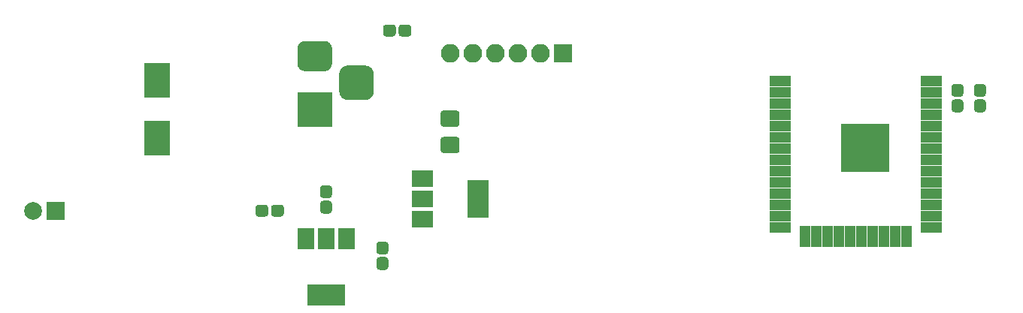
<source format=gbr>
G04 #@! TF.GenerationSoftware,KiCad,Pcbnew,5.1.6-1*
G04 #@! TF.CreationDate,2020-06-10T06:00:46+02:00*
G04 #@! TF.ProjectId,pentasquare,70656e74-6173-4717-9561-72652e6b6963,rev?*
G04 #@! TF.SameCoordinates,Original*
G04 #@! TF.FileFunction,Soldermask,Bot*
G04 #@! TF.FilePolarity,Negative*
%FSLAX46Y46*%
G04 Gerber Fmt 4.6, Leading zero omitted, Abs format (unit mm)*
G04 Created by KiCad (PCBNEW 5.1.6-1) date 2020-06-10 06:00:46*
%MOMM*%
%LPD*%
G01*
G04 APERTURE LIST*
%ADD10R,2.400000X1.900000*%
%ADD11R,2.400000X4.200000*%
%ADD12R,4.200000X2.400000*%
%ADD13R,1.900000X2.400000*%
%ADD14R,3.900000X3.900000*%
%ADD15R,2.900000X3.900000*%
%ADD16R,2.000000X2.000000*%
%ADD17C,2.000000*%
%ADD18R,2.100000X2.100000*%
%ADD19O,2.100000X2.100000*%
%ADD20R,5.400000X5.400000*%
%ADD21R,2.400000X1.300000*%
%ADD22R,1.300000X2.400000*%
G04 APERTURE END LIST*
D10*
X65430000Y-37830000D03*
X65430000Y-33230000D03*
X65430000Y-35530000D03*
D11*
X71730000Y-35530000D03*
G36*
G01*
X60622500Y-42060000D02*
X61297500Y-42060000D01*
G75*
G02*
X61635000Y-42397500I0J-337500D01*
G01*
X61635000Y-43172500D01*
G75*
G02*
X61297500Y-43510000I-337500J0D01*
G01*
X60622500Y-43510000D01*
G75*
G02*
X60285000Y-43172500I0J337500D01*
G01*
X60285000Y-42397500D01*
G75*
G02*
X60622500Y-42060000I337500J0D01*
G01*
G37*
G36*
G01*
X60622500Y-40310000D02*
X61297500Y-40310000D01*
G75*
G02*
X61635000Y-40647500I0J-337500D01*
G01*
X61635000Y-41422500D01*
G75*
G02*
X61297500Y-41760000I-337500J0D01*
G01*
X60622500Y-41760000D01*
G75*
G02*
X60285000Y-41422500I0J337500D01*
G01*
X60285000Y-40647500D01*
G75*
G02*
X60622500Y-40310000I337500J0D01*
G01*
G37*
G36*
G01*
X54272500Y-33960000D02*
X54947500Y-33960000D01*
G75*
G02*
X55285000Y-34297500I0J-337500D01*
G01*
X55285000Y-35072500D01*
G75*
G02*
X54947500Y-35410000I-337500J0D01*
G01*
X54272500Y-35410000D01*
G75*
G02*
X53935000Y-35072500I0J337500D01*
G01*
X53935000Y-34297500D01*
G75*
G02*
X54272500Y-33960000I337500J0D01*
G01*
G37*
G36*
G01*
X54272500Y-35710000D02*
X54947500Y-35710000D01*
G75*
G02*
X55285000Y-36047500I0J-337500D01*
G01*
X55285000Y-36822500D01*
G75*
G02*
X54947500Y-37160000I-337500J0D01*
G01*
X54272500Y-37160000D01*
G75*
G02*
X53935000Y-36822500I0J337500D01*
G01*
X53935000Y-36047500D01*
G75*
G02*
X54272500Y-35710000I337500J0D01*
G01*
G37*
D12*
X54610000Y-46330000D03*
D13*
X54610000Y-40030000D03*
X56910000Y-40030000D03*
X52310000Y-40030000D03*
G36*
G01*
X49860000Y-36492500D02*
X49860000Y-37167500D01*
G75*
G02*
X49522500Y-37505000I-337500J0D01*
G01*
X48747500Y-37505000D01*
G75*
G02*
X48410000Y-37167500I0J337500D01*
G01*
X48410000Y-36492500D01*
G75*
G02*
X48747500Y-36155000I337500J0D01*
G01*
X49522500Y-36155000D01*
G75*
G02*
X49860000Y-36492500I0J-337500D01*
G01*
G37*
G36*
G01*
X48110000Y-36492500D02*
X48110000Y-37167500D01*
G75*
G02*
X47772500Y-37505000I-337500J0D01*
G01*
X46997500Y-37505000D01*
G75*
G02*
X46660000Y-37167500I0J337500D01*
G01*
X46660000Y-36492500D01*
G75*
G02*
X46997500Y-36155000I337500J0D01*
G01*
X47772500Y-36155000D01*
G75*
G02*
X48110000Y-36492500I0J-337500D01*
G01*
G37*
D14*
X53340000Y-25400000D03*
G36*
G01*
X52240000Y-17700000D02*
X54440000Y-17700000D01*
G75*
G02*
X55290000Y-18550000I0J-850000D01*
G01*
X55290000Y-20250000D01*
G75*
G02*
X54440000Y-21100000I-850000J0D01*
G01*
X52240000Y-21100000D01*
G75*
G02*
X51390000Y-20250000I0J850000D01*
G01*
X51390000Y-18550000D01*
G75*
G02*
X52240000Y-17700000I850000J0D01*
G01*
G37*
G36*
G01*
X57065000Y-20450000D02*
X59015000Y-20450000D01*
G75*
G02*
X59990000Y-21425000I0J-975000D01*
G01*
X59990000Y-23375000D01*
G75*
G02*
X59015000Y-24350000I-975000J0D01*
G01*
X57065000Y-24350000D01*
G75*
G02*
X56090000Y-23375000I0J975000D01*
G01*
X56090000Y-21425000D01*
G75*
G02*
X57065000Y-20450000I975000J0D01*
G01*
G37*
D15*
X35560000Y-28650000D03*
X35560000Y-22150000D03*
G36*
G01*
X128607500Y-23980000D02*
X127932500Y-23980000D01*
G75*
G02*
X127595000Y-23642500I0J337500D01*
G01*
X127595000Y-22867500D01*
G75*
G02*
X127932500Y-22530000I337500J0D01*
G01*
X128607500Y-22530000D01*
G75*
G02*
X128945000Y-22867500I0J-337500D01*
G01*
X128945000Y-23642500D01*
G75*
G02*
X128607500Y-23980000I-337500J0D01*
G01*
G37*
G36*
G01*
X128607500Y-25730000D02*
X127932500Y-25730000D01*
G75*
G02*
X127595000Y-25392500I0J337500D01*
G01*
X127595000Y-24617500D01*
G75*
G02*
X127932500Y-24280000I337500J0D01*
G01*
X128607500Y-24280000D01*
G75*
G02*
X128945000Y-24617500I0J-337500D01*
G01*
X128945000Y-25392500D01*
G75*
G02*
X128607500Y-25730000I-337500J0D01*
G01*
G37*
G36*
G01*
X64225000Y-16172500D02*
X64225000Y-16847500D01*
G75*
G02*
X63887500Y-17185000I-337500J0D01*
G01*
X63112500Y-17185000D01*
G75*
G02*
X62775000Y-16847500I0J337500D01*
G01*
X62775000Y-16172500D01*
G75*
G02*
X63112500Y-15835000I337500J0D01*
G01*
X63887500Y-15835000D01*
G75*
G02*
X64225000Y-16172500I0J-337500D01*
G01*
G37*
G36*
G01*
X62475000Y-16172500D02*
X62475000Y-16847500D01*
G75*
G02*
X62137500Y-17185000I-337500J0D01*
G01*
X61362500Y-17185000D01*
G75*
G02*
X61025000Y-16847500I0J337500D01*
G01*
X61025000Y-16172500D01*
G75*
G02*
X61362500Y-15835000I337500J0D01*
G01*
X62137500Y-15835000D01*
G75*
G02*
X62475000Y-16172500I0J-337500D01*
G01*
G37*
G36*
G01*
X67825176Y-25540000D02*
X69334824Y-25540000D01*
G75*
G02*
X69655000Y-25860176I0J-320176D01*
G01*
X69655000Y-27044824D01*
G75*
G02*
X69334824Y-27365000I-320176J0D01*
G01*
X67825176Y-27365000D01*
G75*
G02*
X67505000Y-27044824I0J320176D01*
G01*
X67505000Y-25860176D01*
G75*
G02*
X67825176Y-25540000I320176J0D01*
G01*
G37*
G36*
G01*
X67825176Y-28515000D02*
X69334824Y-28515000D01*
G75*
G02*
X69655000Y-28835176I0J-320176D01*
G01*
X69655000Y-30019824D01*
G75*
G02*
X69334824Y-30340000I-320176J0D01*
G01*
X67825176Y-30340000D01*
G75*
G02*
X67505000Y-30019824I0J320176D01*
G01*
X67505000Y-28835176D01*
G75*
G02*
X67825176Y-28515000I320176J0D01*
G01*
G37*
D16*
X24130000Y-36830000D03*
D17*
X21630000Y-36830000D03*
D18*
X81280000Y-19050000D03*
D19*
X78740000Y-19050000D03*
X76200000Y-19050000D03*
X73660000Y-19050000D03*
X71120000Y-19050000D03*
X68580000Y-19050000D03*
D20*
X115300000Y-29725000D03*
D21*
X122800000Y-22225000D03*
X122800000Y-23495000D03*
X122800000Y-24765000D03*
X122800000Y-26035000D03*
X122800000Y-27305000D03*
X122800000Y-28575000D03*
X122800000Y-29845000D03*
X122800000Y-31115000D03*
X122800000Y-32385000D03*
X122800000Y-33655000D03*
X122800000Y-34925000D03*
X122800000Y-36195000D03*
X122800000Y-37465000D03*
X122800000Y-38735000D03*
D22*
X120015000Y-39735000D03*
X118745000Y-39735000D03*
X117475000Y-39735000D03*
X116205000Y-39735000D03*
X114935000Y-39735000D03*
X113665000Y-39735000D03*
X112395000Y-39735000D03*
X111125000Y-39735000D03*
X109855000Y-39735000D03*
X108585000Y-39735000D03*
D21*
X105800000Y-38735000D03*
X105800000Y-37465000D03*
X105800000Y-36195000D03*
X105800000Y-34925000D03*
X105800000Y-33655000D03*
X105800000Y-32385000D03*
X105800000Y-31115000D03*
X105800000Y-29845000D03*
X105800000Y-28575000D03*
X105800000Y-27305000D03*
X105800000Y-26035000D03*
X105800000Y-24765000D03*
X105800000Y-23495000D03*
X105800000Y-22225000D03*
G36*
G01*
X125392500Y-22530000D02*
X126067500Y-22530000D01*
G75*
G02*
X126405000Y-22867500I0J-337500D01*
G01*
X126405000Y-23642500D01*
G75*
G02*
X126067500Y-23980000I-337500J0D01*
G01*
X125392500Y-23980000D01*
G75*
G02*
X125055000Y-23642500I0J337500D01*
G01*
X125055000Y-22867500D01*
G75*
G02*
X125392500Y-22530000I337500J0D01*
G01*
G37*
G36*
G01*
X125392500Y-24280000D02*
X126067500Y-24280000D01*
G75*
G02*
X126405000Y-24617500I0J-337500D01*
G01*
X126405000Y-25392500D01*
G75*
G02*
X126067500Y-25730000I-337500J0D01*
G01*
X125392500Y-25730000D01*
G75*
G02*
X125055000Y-25392500I0J337500D01*
G01*
X125055000Y-24617500D01*
G75*
G02*
X125392500Y-24280000I337500J0D01*
G01*
G37*
M02*

</source>
